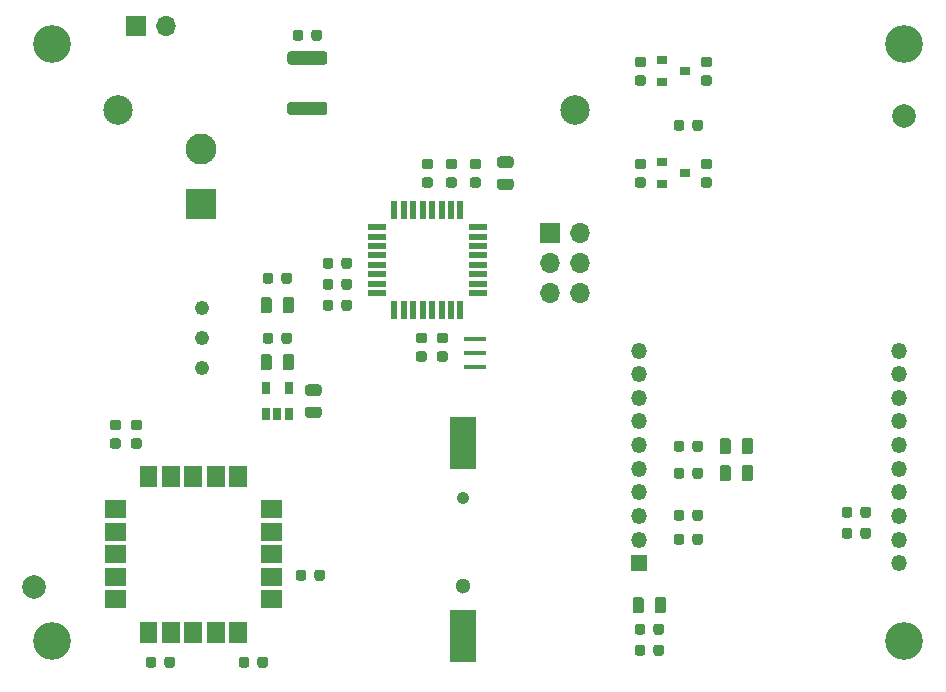
<source format=gbr>
%TF.GenerationSoftware,KiCad,Pcbnew,(5.1.7)-1*%
%TF.CreationDate,2020-12-22T10:31:33-06:00*%
%TF.ProjectId,tracker,74726163-6b65-4722-9e6b-696361645f70,1.0*%
%TF.SameCoordinates,Original*%
%TF.FileFunction,Soldermask,Top*%
%TF.FilePolarity,Negative*%
%FSLAX46Y46*%
G04 Gerber Fmt 4.6, Leading zero omitted, Abs format (unit mm)*
G04 Created by KiCad (PCBNEW (5.1.7)-1) date 2020-12-22 10:31:33*
%MOMM*%
%LPD*%
G01*
G04 APERTURE LIST*
%ADD10R,2.300000X4.500000*%
%ADD11C,1.050000*%
%ADD12C,1.300000*%
%ADD13C,2.000000*%
%ADD14C,3.200000*%
%ADD15R,1.700000X1.700000*%
%ADD16O,1.700000X1.700000*%
%ADD17R,0.900000X0.800000*%
%ADD18R,2.625000X2.625000*%
%ADD19C,2.625000*%
%ADD20R,1.350000X1.350000*%
%ADD21O,1.350000X1.350000*%
%ADD22R,0.550000X1.600000*%
%ADD23R,1.600000X0.550000*%
%ADD24C,1.219200*%
%ADD25C,2.500000*%
%ADD26R,0.650000X1.060000*%
%ADD27R,1.900000X0.400000*%
G04 APERTURE END LIST*
D10*
%TO.C,BT1*%
X149860000Y-141071000D03*
X149860000Y-124671000D03*
D11*
X149860000Y-129371000D03*
D12*
X149860000Y-136821000D03*
%TD*%
%TO.C,C1*%
G36*
G01*
X149100250Y-101504000D02*
X148587750Y-101504000D01*
G75*
G02*
X148369000Y-101285250I0J218750D01*
G01*
X148369000Y-100847750D01*
G75*
G02*
X148587750Y-100629000I218750J0D01*
G01*
X149100250Y-100629000D01*
G75*
G02*
X149319000Y-100847750I0J-218750D01*
G01*
X149319000Y-101285250D01*
G75*
G02*
X149100250Y-101504000I-218750J0D01*
G01*
G37*
G36*
G01*
X149100250Y-103079000D02*
X148587750Y-103079000D01*
G75*
G02*
X148369000Y-102860250I0J218750D01*
G01*
X148369000Y-102422750D01*
G75*
G02*
X148587750Y-102204000I218750J0D01*
G01*
X149100250Y-102204000D01*
G75*
G02*
X149319000Y-102422750I0J-218750D01*
G01*
X149319000Y-102860250D01*
G75*
G02*
X149100250Y-103079000I-218750J0D01*
G01*
G37*
%TD*%
%TO.C,C2*%
G36*
G01*
X147825750Y-115361000D02*
X148338250Y-115361000D01*
G75*
G02*
X148557000Y-115579750I0J-218750D01*
G01*
X148557000Y-116017250D01*
G75*
G02*
X148338250Y-116236000I-218750J0D01*
G01*
X147825750Y-116236000D01*
G75*
G02*
X147607000Y-116017250I0J218750D01*
G01*
X147607000Y-115579750D01*
G75*
G02*
X147825750Y-115361000I218750J0D01*
G01*
G37*
G36*
G01*
X147825750Y-116936000D02*
X148338250Y-116936000D01*
G75*
G02*
X148557000Y-117154750I0J-218750D01*
G01*
X148557000Y-117592250D01*
G75*
G02*
X148338250Y-117811000I-218750J0D01*
G01*
X147825750Y-117811000D01*
G75*
G02*
X147607000Y-117592250I0J218750D01*
G01*
X147607000Y-117154750D01*
G75*
G02*
X147825750Y-116936000I218750J0D01*
G01*
G37*
%TD*%
%TO.C,C3*%
G36*
G01*
X146047750Y-116936000D02*
X146560250Y-116936000D01*
G75*
G02*
X146779000Y-117154750I0J-218750D01*
G01*
X146779000Y-117592250D01*
G75*
G02*
X146560250Y-117811000I-218750J0D01*
G01*
X146047750Y-117811000D01*
G75*
G02*
X145829000Y-117592250I0J218750D01*
G01*
X145829000Y-117154750D01*
G75*
G02*
X146047750Y-116936000I218750J0D01*
G01*
G37*
G36*
G01*
X146047750Y-115361000D02*
X146560250Y-115361000D01*
G75*
G02*
X146779000Y-115579750I0J-218750D01*
G01*
X146779000Y-116017250D01*
G75*
G02*
X146560250Y-116236000I-218750J0D01*
G01*
X146047750Y-116236000D01*
G75*
G02*
X145829000Y-116017250I0J218750D01*
G01*
X145829000Y-115579750D01*
G75*
G02*
X146047750Y-115361000I218750J0D01*
G01*
G37*
%TD*%
%TO.C,C4*%
G36*
G01*
X164183000Y-138886250D02*
X164183000Y-137973750D01*
G75*
G02*
X164426750Y-137730000I243750J0D01*
G01*
X164914250Y-137730000D01*
G75*
G02*
X165158000Y-137973750I0J-243750D01*
G01*
X165158000Y-138886250D01*
G75*
G02*
X164914250Y-139130000I-243750J0D01*
G01*
X164426750Y-139130000D01*
G75*
G02*
X164183000Y-138886250I0J243750D01*
G01*
G37*
G36*
G01*
X166058000Y-138886250D02*
X166058000Y-137973750D01*
G75*
G02*
X166301750Y-137730000I243750J0D01*
G01*
X166789250Y-137730000D01*
G75*
G02*
X167033000Y-137973750I0J-243750D01*
G01*
X167033000Y-138886250D01*
G75*
G02*
X166789250Y-139130000I-243750J0D01*
G01*
X166301750Y-139130000D01*
G75*
G02*
X166058000Y-138886250I0J243750D01*
G01*
G37*
%TD*%
%TO.C,C5*%
G36*
G01*
X164383000Y-140718250D02*
X164383000Y-140205750D01*
G75*
G02*
X164601750Y-139987000I218750J0D01*
G01*
X165039250Y-139987000D01*
G75*
G02*
X165258000Y-140205750I0J-218750D01*
G01*
X165258000Y-140718250D01*
G75*
G02*
X165039250Y-140937000I-218750J0D01*
G01*
X164601750Y-140937000D01*
G75*
G02*
X164383000Y-140718250I0J218750D01*
G01*
G37*
G36*
G01*
X165958000Y-140718250D02*
X165958000Y-140205750D01*
G75*
G02*
X166176750Y-139987000I218750J0D01*
G01*
X166614250Y-139987000D01*
G75*
G02*
X166833000Y-140205750I0J-218750D01*
G01*
X166833000Y-140718250D01*
G75*
G02*
X166614250Y-140937000I-218750J0D01*
G01*
X166176750Y-140937000D01*
G75*
G02*
X165958000Y-140718250I0J218750D01*
G01*
G37*
%TD*%
%TO.C,C6*%
G36*
G01*
X147068250Y-103079000D02*
X146555750Y-103079000D01*
G75*
G02*
X146337000Y-102860250I0J218750D01*
G01*
X146337000Y-102422750D01*
G75*
G02*
X146555750Y-102204000I218750J0D01*
G01*
X147068250Y-102204000D01*
G75*
G02*
X147287000Y-102422750I0J-218750D01*
G01*
X147287000Y-102860250D01*
G75*
G02*
X147068250Y-103079000I-218750J0D01*
G01*
G37*
G36*
G01*
X147068250Y-101504000D02*
X146555750Y-101504000D01*
G75*
G02*
X146337000Y-101285250I0J218750D01*
G01*
X146337000Y-100847750D01*
G75*
G02*
X146555750Y-100629000I218750J0D01*
G01*
X147068250Y-100629000D01*
G75*
G02*
X147287000Y-100847750I0J-218750D01*
G01*
X147287000Y-101285250D01*
G75*
G02*
X147068250Y-101504000I-218750J0D01*
G01*
G37*
%TD*%
%TO.C,C7*%
G36*
G01*
X164383000Y-142496250D02*
X164383000Y-141983750D01*
G75*
G02*
X164601750Y-141765000I218750J0D01*
G01*
X165039250Y-141765000D01*
G75*
G02*
X165258000Y-141983750I0J-218750D01*
G01*
X165258000Y-142496250D01*
G75*
G02*
X165039250Y-142715000I-218750J0D01*
G01*
X164601750Y-142715000D01*
G75*
G02*
X164383000Y-142496250I0J218750D01*
G01*
G37*
G36*
G01*
X165958000Y-142496250D02*
X165958000Y-141983750D01*
G75*
G02*
X166176750Y-141765000I218750J0D01*
G01*
X166614250Y-141765000D01*
G75*
G02*
X166833000Y-141983750I0J-218750D01*
G01*
X166833000Y-142496250D01*
G75*
G02*
X166614250Y-142715000I-218750J0D01*
G01*
X166176750Y-142715000D01*
G75*
G02*
X165958000Y-142496250I0J218750D01*
G01*
G37*
%TD*%
%TO.C,C8*%
G36*
G01*
X182784000Y-132077750D02*
X182784000Y-132590250D01*
G75*
G02*
X182565250Y-132809000I-218750J0D01*
G01*
X182127750Y-132809000D01*
G75*
G02*
X181909000Y-132590250I0J218750D01*
G01*
X181909000Y-132077750D01*
G75*
G02*
X182127750Y-131859000I218750J0D01*
G01*
X182565250Y-131859000D01*
G75*
G02*
X182784000Y-132077750I0J-218750D01*
G01*
G37*
G36*
G01*
X184359000Y-132077750D02*
X184359000Y-132590250D01*
G75*
G02*
X184140250Y-132809000I-218750J0D01*
G01*
X183702750Y-132809000D01*
G75*
G02*
X183484000Y-132590250I0J218750D01*
G01*
X183484000Y-132077750D01*
G75*
G02*
X183702750Y-131859000I218750J0D01*
G01*
X184140250Y-131859000D01*
G75*
G02*
X184359000Y-132077750I0J-218750D01*
G01*
G37*
%TD*%
%TO.C,C9*%
G36*
G01*
X123856000Y-142999750D02*
X123856000Y-143512250D01*
G75*
G02*
X123637250Y-143731000I-218750J0D01*
G01*
X123199750Y-143731000D01*
G75*
G02*
X122981000Y-143512250I0J218750D01*
G01*
X122981000Y-142999750D01*
G75*
G02*
X123199750Y-142781000I218750J0D01*
G01*
X123637250Y-142781000D01*
G75*
G02*
X123856000Y-142999750I0J-218750D01*
G01*
G37*
G36*
G01*
X125431000Y-142999750D02*
X125431000Y-143512250D01*
G75*
G02*
X125212250Y-143731000I-218750J0D01*
G01*
X124774750Y-143731000D01*
G75*
G02*
X124556000Y-143512250I0J218750D01*
G01*
X124556000Y-142999750D01*
G75*
G02*
X124774750Y-142781000I218750J0D01*
G01*
X125212250Y-142781000D01*
G75*
G02*
X125431000Y-142999750I0J-218750D01*
G01*
G37*
%TD*%
%TO.C,C10*%
G36*
G01*
X136302000Y-89913750D02*
X136302000Y-90426250D01*
G75*
G02*
X136083250Y-90645000I-218750J0D01*
G01*
X135645750Y-90645000D01*
G75*
G02*
X135427000Y-90426250I0J218750D01*
G01*
X135427000Y-89913750D01*
G75*
G02*
X135645750Y-89695000I218750J0D01*
G01*
X136083250Y-89695000D01*
G75*
G02*
X136302000Y-89913750I0J-218750D01*
G01*
G37*
G36*
G01*
X137877000Y-89913750D02*
X137877000Y-90426250D01*
G75*
G02*
X137658250Y-90645000I-218750J0D01*
G01*
X137220750Y-90645000D01*
G75*
G02*
X137002000Y-90426250I0J218750D01*
G01*
X137002000Y-89913750D01*
G75*
G02*
X137220750Y-89695000I218750J0D01*
G01*
X137658250Y-89695000D01*
G75*
G02*
X137877000Y-89913750I0J-218750D01*
G01*
G37*
%TD*%
%TO.C,C11*%
G36*
G01*
X133305000Y-142999750D02*
X133305000Y-143512250D01*
G75*
G02*
X133086250Y-143731000I-218750J0D01*
G01*
X132648750Y-143731000D01*
G75*
G02*
X132430000Y-143512250I0J218750D01*
G01*
X132430000Y-142999750D01*
G75*
G02*
X132648750Y-142781000I218750J0D01*
G01*
X133086250Y-142781000D01*
G75*
G02*
X133305000Y-142999750I0J-218750D01*
G01*
G37*
G36*
G01*
X131730000Y-142999750D02*
X131730000Y-143512250D01*
G75*
G02*
X131511250Y-143731000I-218750J0D01*
G01*
X131073750Y-143731000D01*
G75*
G02*
X130855000Y-143512250I0J218750D01*
G01*
X130855000Y-142999750D01*
G75*
G02*
X131073750Y-142781000I218750J0D01*
G01*
X131511250Y-142781000D01*
G75*
G02*
X131730000Y-142999750I0J-218750D01*
G01*
G37*
%TD*%
%TO.C,C12*%
G36*
G01*
X137616250Y-120708000D02*
X136703750Y-120708000D01*
G75*
G02*
X136460000Y-120464250I0J243750D01*
G01*
X136460000Y-119976750D01*
G75*
G02*
X136703750Y-119733000I243750J0D01*
G01*
X137616250Y-119733000D01*
G75*
G02*
X137860000Y-119976750I0J-243750D01*
G01*
X137860000Y-120464250D01*
G75*
G02*
X137616250Y-120708000I-243750J0D01*
G01*
G37*
G36*
G01*
X137616250Y-122583000D02*
X136703750Y-122583000D01*
G75*
G02*
X136460000Y-122339250I0J243750D01*
G01*
X136460000Y-121851750D01*
G75*
G02*
X136703750Y-121608000I243750J0D01*
G01*
X137616250Y-121608000D01*
G75*
G02*
X137860000Y-121851750I0J-243750D01*
G01*
X137860000Y-122339250D01*
G75*
G02*
X137616250Y-122583000I-243750J0D01*
G01*
G37*
%TD*%
%TO.C,C13*%
G36*
G01*
X132687000Y-118312250D02*
X132687000Y-117399750D01*
G75*
G02*
X132930750Y-117156000I243750J0D01*
G01*
X133418250Y-117156000D01*
G75*
G02*
X133662000Y-117399750I0J-243750D01*
G01*
X133662000Y-118312250D01*
G75*
G02*
X133418250Y-118556000I-243750J0D01*
G01*
X132930750Y-118556000D01*
G75*
G02*
X132687000Y-118312250I0J243750D01*
G01*
G37*
G36*
G01*
X134562000Y-118312250D02*
X134562000Y-117399750D01*
G75*
G02*
X134805750Y-117156000I243750J0D01*
G01*
X135293250Y-117156000D01*
G75*
G02*
X135537000Y-117399750I0J-243750D01*
G01*
X135537000Y-118312250D01*
G75*
G02*
X135293250Y-118556000I-243750J0D01*
G01*
X134805750Y-118556000D01*
G75*
G02*
X134562000Y-118312250I0J243750D01*
G01*
G37*
%TD*%
%TO.C,C14*%
G36*
G01*
X132887000Y-116080250D02*
X132887000Y-115567750D01*
G75*
G02*
X133105750Y-115349000I218750J0D01*
G01*
X133543250Y-115349000D01*
G75*
G02*
X133762000Y-115567750I0J-218750D01*
G01*
X133762000Y-116080250D01*
G75*
G02*
X133543250Y-116299000I-218750J0D01*
G01*
X133105750Y-116299000D01*
G75*
G02*
X132887000Y-116080250I0J218750D01*
G01*
G37*
G36*
G01*
X134462000Y-116080250D02*
X134462000Y-115567750D01*
G75*
G02*
X134680750Y-115349000I218750J0D01*
G01*
X135118250Y-115349000D01*
G75*
G02*
X135337000Y-115567750I0J-218750D01*
G01*
X135337000Y-116080250D01*
G75*
G02*
X135118250Y-116299000I-218750J0D01*
G01*
X134680750Y-116299000D01*
G75*
G02*
X134462000Y-116080250I0J218750D01*
G01*
G37*
%TD*%
%TO.C,D1*%
G36*
G01*
X153872250Y-101404000D02*
X152959750Y-101404000D01*
G75*
G02*
X152716000Y-101160250I0J243750D01*
G01*
X152716000Y-100672750D01*
G75*
G02*
X152959750Y-100429000I243750J0D01*
G01*
X153872250Y-100429000D01*
G75*
G02*
X154116000Y-100672750I0J-243750D01*
G01*
X154116000Y-101160250D01*
G75*
G02*
X153872250Y-101404000I-243750J0D01*
G01*
G37*
G36*
G01*
X153872250Y-103279000D02*
X152959750Y-103279000D01*
G75*
G02*
X152716000Y-103035250I0J243750D01*
G01*
X152716000Y-102547750D01*
G75*
G02*
X152959750Y-102304000I243750J0D01*
G01*
X153872250Y-102304000D01*
G75*
G02*
X154116000Y-102547750I0J-243750D01*
G01*
X154116000Y-103035250D01*
G75*
G02*
X153872250Y-103279000I-243750J0D01*
G01*
G37*
%TD*%
%TO.C,D2*%
G36*
G01*
X174399000Y-124511750D02*
X174399000Y-125424250D01*
G75*
G02*
X174155250Y-125668000I-243750J0D01*
G01*
X173667750Y-125668000D01*
G75*
G02*
X173424000Y-125424250I0J243750D01*
G01*
X173424000Y-124511750D01*
G75*
G02*
X173667750Y-124268000I243750J0D01*
G01*
X174155250Y-124268000D01*
G75*
G02*
X174399000Y-124511750I0J-243750D01*
G01*
G37*
G36*
G01*
X172524000Y-124511750D02*
X172524000Y-125424250D01*
G75*
G02*
X172280250Y-125668000I-243750J0D01*
G01*
X171792750Y-125668000D01*
G75*
G02*
X171549000Y-125424250I0J243750D01*
G01*
X171549000Y-124511750D01*
G75*
G02*
X171792750Y-124268000I243750J0D01*
G01*
X172280250Y-124268000D01*
G75*
G02*
X172524000Y-124511750I0J-243750D01*
G01*
G37*
%TD*%
%TO.C,D3*%
G36*
G01*
X172524000Y-126797750D02*
X172524000Y-127710250D01*
G75*
G02*
X172280250Y-127954000I-243750J0D01*
G01*
X171792750Y-127954000D01*
G75*
G02*
X171549000Y-127710250I0J243750D01*
G01*
X171549000Y-126797750D01*
G75*
G02*
X171792750Y-126554000I243750J0D01*
G01*
X172280250Y-126554000D01*
G75*
G02*
X172524000Y-126797750I0J-243750D01*
G01*
G37*
G36*
G01*
X174399000Y-126797750D02*
X174399000Y-127710250D01*
G75*
G02*
X174155250Y-127954000I-243750J0D01*
G01*
X173667750Y-127954000D01*
G75*
G02*
X173424000Y-127710250I0J243750D01*
G01*
X173424000Y-126797750D01*
G75*
G02*
X173667750Y-126554000I243750J0D01*
G01*
X174155250Y-126554000D01*
G75*
G02*
X174399000Y-126797750I0J-243750D01*
G01*
G37*
%TD*%
%TO.C,D4*%
G36*
G01*
X132687000Y-113486250D02*
X132687000Y-112573750D01*
G75*
G02*
X132930750Y-112330000I243750J0D01*
G01*
X133418250Y-112330000D01*
G75*
G02*
X133662000Y-112573750I0J-243750D01*
G01*
X133662000Y-113486250D01*
G75*
G02*
X133418250Y-113730000I-243750J0D01*
G01*
X132930750Y-113730000D01*
G75*
G02*
X132687000Y-113486250I0J243750D01*
G01*
G37*
G36*
G01*
X134562000Y-113486250D02*
X134562000Y-112573750D01*
G75*
G02*
X134805750Y-112330000I243750J0D01*
G01*
X135293250Y-112330000D01*
G75*
G02*
X135537000Y-112573750I0J-243750D01*
G01*
X135537000Y-113486250D01*
G75*
G02*
X135293250Y-113730000I-243750J0D01*
G01*
X134805750Y-113730000D01*
G75*
G02*
X134562000Y-113486250I0J243750D01*
G01*
G37*
%TD*%
%TO.C,F1*%
G36*
G01*
X138102001Y-96934000D02*
X135201999Y-96934000D01*
G75*
G02*
X134952000Y-96684001I0J249999D01*
G01*
X134952000Y-96058999D01*
G75*
G02*
X135201999Y-95809000I249999J0D01*
G01*
X138102001Y-95809000D01*
G75*
G02*
X138352000Y-96058999I0J-249999D01*
G01*
X138352000Y-96684001D01*
G75*
G02*
X138102001Y-96934000I-249999J0D01*
G01*
G37*
G36*
G01*
X138102001Y-92659000D02*
X135201999Y-92659000D01*
G75*
G02*
X134952000Y-92409001I0J249999D01*
G01*
X134952000Y-91783999D01*
G75*
G02*
X135201999Y-91534000I249999J0D01*
G01*
X138102001Y-91534000D01*
G75*
G02*
X138352000Y-91783999I0J-249999D01*
G01*
X138352000Y-92409001D01*
G75*
G02*
X138102001Y-92659000I-249999J0D01*
G01*
G37*
%TD*%
D13*
%TO.C,FID1*%
X187198000Y-97028000D03*
%TD*%
%TO.C,FID2*%
X113538000Y-136906000D03*
%TD*%
D14*
%TO.C,H1*%
X115062000Y-141478000D03*
%TD*%
%TO.C,H2*%
X187198000Y-141478000D03*
%TD*%
%TO.C,H3*%
X187198000Y-90932000D03*
%TD*%
%TO.C,H4*%
X115062000Y-90932000D03*
%TD*%
D15*
%TO.C,J2*%
X157226000Y-106934000D03*
D16*
X159766000Y-106934000D03*
X157226000Y-109474000D03*
X159766000Y-109474000D03*
X157226000Y-112014000D03*
X159766000Y-112014000D03*
%TD*%
%TO.C,J4*%
X124714000Y-89408000D03*
D15*
X122174000Y-89408000D03*
%TD*%
D17*
%TO.C,Q1*%
X166640000Y-92268000D03*
X166640000Y-94168000D03*
X168640000Y-93218000D03*
%TD*%
%TO.C,Q2*%
X168640000Y-101854000D03*
X166640000Y-102804000D03*
X166640000Y-100904000D03*
%TD*%
%TO.C,R1*%
G36*
G01*
X164589750Y-93568000D02*
X165102250Y-93568000D01*
G75*
G02*
X165321000Y-93786750I0J-218750D01*
G01*
X165321000Y-94224250D01*
G75*
G02*
X165102250Y-94443000I-218750J0D01*
G01*
X164589750Y-94443000D01*
G75*
G02*
X164371000Y-94224250I0J218750D01*
G01*
X164371000Y-93786750D01*
G75*
G02*
X164589750Y-93568000I218750J0D01*
G01*
G37*
G36*
G01*
X164589750Y-91993000D02*
X165102250Y-91993000D01*
G75*
G02*
X165321000Y-92211750I0J-218750D01*
G01*
X165321000Y-92649250D01*
G75*
G02*
X165102250Y-92868000I-218750J0D01*
G01*
X164589750Y-92868000D01*
G75*
G02*
X164371000Y-92649250I0J218750D01*
G01*
X164371000Y-92211750D01*
G75*
G02*
X164589750Y-91993000I218750J0D01*
G01*
G37*
%TD*%
%TO.C,R2*%
G36*
G01*
X170690250Y-94443000D02*
X170177750Y-94443000D01*
G75*
G02*
X169959000Y-94224250I0J218750D01*
G01*
X169959000Y-93786750D01*
G75*
G02*
X170177750Y-93568000I218750J0D01*
G01*
X170690250Y-93568000D01*
G75*
G02*
X170909000Y-93786750I0J-218750D01*
G01*
X170909000Y-94224250D01*
G75*
G02*
X170690250Y-94443000I-218750J0D01*
G01*
G37*
G36*
G01*
X170690250Y-92868000D02*
X170177750Y-92868000D01*
G75*
G02*
X169959000Y-92649250I0J218750D01*
G01*
X169959000Y-92211750D01*
G75*
G02*
X170177750Y-91993000I218750J0D01*
G01*
X170690250Y-91993000D01*
G75*
G02*
X170909000Y-92211750I0J-218750D01*
G01*
X170909000Y-92649250D01*
G75*
G02*
X170690250Y-92868000I-218750J0D01*
G01*
G37*
%TD*%
%TO.C,R3*%
G36*
G01*
X164589750Y-102204000D02*
X165102250Y-102204000D01*
G75*
G02*
X165321000Y-102422750I0J-218750D01*
G01*
X165321000Y-102860250D01*
G75*
G02*
X165102250Y-103079000I-218750J0D01*
G01*
X164589750Y-103079000D01*
G75*
G02*
X164371000Y-102860250I0J218750D01*
G01*
X164371000Y-102422750D01*
G75*
G02*
X164589750Y-102204000I218750J0D01*
G01*
G37*
G36*
G01*
X164589750Y-100629000D02*
X165102250Y-100629000D01*
G75*
G02*
X165321000Y-100847750I0J-218750D01*
G01*
X165321000Y-101285250D01*
G75*
G02*
X165102250Y-101504000I-218750J0D01*
G01*
X164589750Y-101504000D01*
G75*
G02*
X164371000Y-101285250I0J218750D01*
G01*
X164371000Y-100847750D01*
G75*
G02*
X164589750Y-100629000I218750J0D01*
G01*
G37*
%TD*%
%TO.C,R4*%
G36*
G01*
X170690250Y-103079000D02*
X170177750Y-103079000D01*
G75*
G02*
X169959000Y-102860250I0J218750D01*
G01*
X169959000Y-102422750D01*
G75*
G02*
X170177750Y-102204000I218750J0D01*
G01*
X170690250Y-102204000D01*
G75*
G02*
X170909000Y-102422750I0J-218750D01*
G01*
X170909000Y-102860250D01*
G75*
G02*
X170690250Y-103079000I-218750J0D01*
G01*
G37*
G36*
G01*
X170690250Y-101504000D02*
X170177750Y-101504000D01*
G75*
G02*
X169959000Y-101285250I0J218750D01*
G01*
X169959000Y-100847750D01*
G75*
G02*
X170177750Y-100629000I218750J0D01*
G01*
X170690250Y-100629000D01*
G75*
G02*
X170909000Y-100847750I0J-218750D01*
G01*
X170909000Y-101285250D01*
G75*
G02*
X170690250Y-101504000I-218750J0D01*
G01*
G37*
%TD*%
%TO.C,R5*%
G36*
G01*
X137967000Y-109730250D02*
X137967000Y-109217750D01*
G75*
G02*
X138185750Y-108999000I218750J0D01*
G01*
X138623250Y-108999000D01*
G75*
G02*
X138842000Y-109217750I0J-218750D01*
G01*
X138842000Y-109730250D01*
G75*
G02*
X138623250Y-109949000I-218750J0D01*
G01*
X138185750Y-109949000D01*
G75*
G02*
X137967000Y-109730250I0J218750D01*
G01*
G37*
G36*
G01*
X139542000Y-109730250D02*
X139542000Y-109217750D01*
G75*
G02*
X139760750Y-108999000I218750J0D01*
G01*
X140198250Y-108999000D01*
G75*
G02*
X140417000Y-109217750I0J-218750D01*
G01*
X140417000Y-109730250D01*
G75*
G02*
X140198250Y-109949000I-218750J0D01*
G01*
X139760750Y-109949000D01*
G75*
G02*
X139542000Y-109730250I0J218750D01*
G01*
G37*
%TD*%
%TO.C,R6*%
G36*
G01*
X151132250Y-101504000D02*
X150619750Y-101504000D01*
G75*
G02*
X150401000Y-101285250I0J218750D01*
G01*
X150401000Y-100847750D01*
G75*
G02*
X150619750Y-100629000I218750J0D01*
G01*
X151132250Y-100629000D01*
G75*
G02*
X151351000Y-100847750I0J-218750D01*
G01*
X151351000Y-101285250D01*
G75*
G02*
X151132250Y-101504000I-218750J0D01*
G01*
G37*
G36*
G01*
X151132250Y-103079000D02*
X150619750Y-103079000D01*
G75*
G02*
X150401000Y-102860250I0J218750D01*
G01*
X150401000Y-102422750D01*
G75*
G02*
X150619750Y-102204000I218750J0D01*
G01*
X151132250Y-102204000D01*
G75*
G02*
X151351000Y-102422750I0J-218750D01*
G01*
X151351000Y-102860250D01*
G75*
G02*
X151132250Y-103079000I-218750J0D01*
G01*
G37*
%TD*%
%TO.C,R7*%
G36*
G01*
X181909000Y-130812250D02*
X181909000Y-130299750D01*
G75*
G02*
X182127750Y-130081000I218750J0D01*
G01*
X182565250Y-130081000D01*
G75*
G02*
X182784000Y-130299750I0J-218750D01*
G01*
X182784000Y-130812250D01*
G75*
G02*
X182565250Y-131031000I-218750J0D01*
G01*
X182127750Y-131031000D01*
G75*
G02*
X181909000Y-130812250I0J218750D01*
G01*
G37*
G36*
G01*
X183484000Y-130812250D02*
X183484000Y-130299750D01*
G75*
G02*
X183702750Y-130081000I218750J0D01*
G01*
X184140250Y-130081000D01*
G75*
G02*
X184359000Y-130299750I0J-218750D01*
G01*
X184359000Y-130812250D01*
G75*
G02*
X184140250Y-131031000I-218750J0D01*
G01*
X183702750Y-131031000D01*
G75*
G02*
X183484000Y-130812250I0J218750D01*
G01*
G37*
%TD*%
%TO.C,R8*%
G36*
G01*
X169260000Y-125224250D02*
X169260000Y-124711750D01*
G75*
G02*
X169478750Y-124493000I218750J0D01*
G01*
X169916250Y-124493000D01*
G75*
G02*
X170135000Y-124711750I0J-218750D01*
G01*
X170135000Y-125224250D01*
G75*
G02*
X169916250Y-125443000I-218750J0D01*
G01*
X169478750Y-125443000D01*
G75*
G02*
X169260000Y-125224250I0J218750D01*
G01*
G37*
G36*
G01*
X167685000Y-125224250D02*
X167685000Y-124711750D01*
G75*
G02*
X167903750Y-124493000I218750J0D01*
G01*
X168341250Y-124493000D01*
G75*
G02*
X168560000Y-124711750I0J-218750D01*
G01*
X168560000Y-125224250D01*
G75*
G02*
X168341250Y-125443000I-218750J0D01*
G01*
X167903750Y-125443000D01*
G75*
G02*
X167685000Y-125224250I0J218750D01*
G01*
G37*
%TD*%
%TO.C,R9*%
G36*
G01*
X167685000Y-127510250D02*
X167685000Y-126997750D01*
G75*
G02*
X167903750Y-126779000I218750J0D01*
G01*
X168341250Y-126779000D01*
G75*
G02*
X168560000Y-126997750I0J-218750D01*
G01*
X168560000Y-127510250D01*
G75*
G02*
X168341250Y-127729000I-218750J0D01*
G01*
X167903750Y-127729000D01*
G75*
G02*
X167685000Y-127510250I0J218750D01*
G01*
G37*
G36*
G01*
X169260000Y-127510250D02*
X169260000Y-126997750D01*
G75*
G02*
X169478750Y-126779000I218750J0D01*
G01*
X169916250Y-126779000D01*
G75*
G02*
X170135000Y-126997750I0J-218750D01*
G01*
X170135000Y-127510250D01*
G75*
G02*
X169916250Y-127729000I-218750J0D01*
G01*
X169478750Y-127729000D01*
G75*
G02*
X169260000Y-127510250I0J218750D01*
G01*
G37*
%TD*%
%TO.C,R10*%
G36*
G01*
X139542000Y-111508250D02*
X139542000Y-110995750D01*
G75*
G02*
X139760750Y-110777000I218750J0D01*
G01*
X140198250Y-110777000D01*
G75*
G02*
X140417000Y-110995750I0J-218750D01*
G01*
X140417000Y-111508250D01*
G75*
G02*
X140198250Y-111727000I-218750J0D01*
G01*
X139760750Y-111727000D01*
G75*
G02*
X139542000Y-111508250I0J218750D01*
G01*
G37*
G36*
G01*
X137967000Y-111508250D02*
X137967000Y-110995750D01*
G75*
G02*
X138185750Y-110777000I218750J0D01*
G01*
X138623250Y-110777000D01*
G75*
G02*
X138842000Y-110995750I0J-218750D01*
G01*
X138842000Y-111508250D01*
G75*
G02*
X138623250Y-111727000I-218750J0D01*
G01*
X138185750Y-111727000D01*
G75*
G02*
X137967000Y-111508250I0J218750D01*
G01*
G37*
%TD*%
%TO.C,R11*%
G36*
G01*
X139542000Y-113286250D02*
X139542000Y-112773750D01*
G75*
G02*
X139760750Y-112555000I218750J0D01*
G01*
X140198250Y-112555000D01*
G75*
G02*
X140417000Y-112773750I0J-218750D01*
G01*
X140417000Y-113286250D01*
G75*
G02*
X140198250Y-113505000I-218750J0D01*
G01*
X139760750Y-113505000D01*
G75*
G02*
X139542000Y-113286250I0J218750D01*
G01*
G37*
G36*
G01*
X137967000Y-113286250D02*
X137967000Y-112773750D01*
G75*
G02*
X138185750Y-112555000I218750J0D01*
G01*
X138623250Y-112555000D01*
G75*
G02*
X138842000Y-112773750I0J-218750D01*
G01*
X138842000Y-113286250D01*
G75*
G02*
X138623250Y-113505000I-218750J0D01*
G01*
X138185750Y-113505000D01*
G75*
G02*
X137967000Y-113286250I0J218750D01*
G01*
G37*
%TD*%
%TO.C,R12*%
G36*
G01*
X120652250Y-125177000D02*
X120139750Y-125177000D01*
G75*
G02*
X119921000Y-124958250I0J218750D01*
G01*
X119921000Y-124520750D01*
G75*
G02*
X120139750Y-124302000I218750J0D01*
G01*
X120652250Y-124302000D01*
G75*
G02*
X120871000Y-124520750I0J-218750D01*
G01*
X120871000Y-124958250D01*
G75*
G02*
X120652250Y-125177000I-218750J0D01*
G01*
G37*
G36*
G01*
X120652250Y-123602000D02*
X120139750Y-123602000D01*
G75*
G02*
X119921000Y-123383250I0J218750D01*
G01*
X119921000Y-122945750D01*
G75*
G02*
X120139750Y-122727000I218750J0D01*
G01*
X120652250Y-122727000D01*
G75*
G02*
X120871000Y-122945750I0J-218750D01*
G01*
X120871000Y-123383250D01*
G75*
G02*
X120652250Y-123602000I-218750J0D01*
G01*
G37*
%TD*%
%TO.C,R13*%
G36*
G01*
X122430250Y-123602000D02*
X121917750Y-123602000D01*
G75*
G02*
X121699000Y-123383250I0J218750D01*
G01*
X121699000Y-122945750D01*
G75*
G02*
X121917750Y-122727000I218750J0D01*
G01*
X122430250Y-122727000D01*
G75*
G02*
X122649000Y-122945750I0J-218750D01*
G01*
X122649000Y-123383250D01*
G75*
G02*
X122430250Y-123602000I-218750J0D01*
G01*
G37*
G36*
G01*
X122430250Y-125177000D02*
X121917750Y-125177000D01*
G75*
G02*
X121699000Y-124958250I0J218750D01*
G01*
X121699000Y-124520750D01*
G75*
G02*
X121917750Y-124302000I218750J0D01*
G01*
X122430250Y-124302000D01*
G75*
G02*
X122649000Y-124520750I0J-218750D01*
G01*
X122649000Y-124958250D01*
G75*
G02*
X122430250Y-125177000I-218750J0D01*
G01*
G37*
%TD*%
%TO.C,R14*%
G36*
G01*
X167685000Y-133098250D02*
X167685000Y-132585750D01*
G75*
G02*
X167903750Y-132367000I218750J0D01*
G01*
X168341250Y-132367000D01*
G75*
G02*
X168560000Y-132585750I0J-218750D01*
G01*
X168560000Y-133098250D01*
G75*
G02*
X168341250Y-133317000I-218750J0D01*
G01*
X167903750Y-133317000D01*
G75*
G02*
X167685000Y-133098250I0J218750D01*
G01*
G37*
G36*
G01*
X169260000Y-133098250D02*
X169260000Y-132585750D01*
G75*
G02*
X169478750Y-132367000I218750J0D01*
G01*
X169916250Y-132367000D01*
G75*
G02*
X170135000Y-132585750I0J-218750D01*
G01*
X170135000Y-133098250D01*
G75*
G02*
X169916250Y-133317000I-218750J0D01*
G01*
X169478750Y-133317000D01*
G75*
G02*
X169260000Y-133098250I0J218750D01*
G01*
G37*
%TD*%
%TO.C,R15*%
G36*
G01*
X167685000Y-131066250D02*
X167685000Y-130553750D01*
G75*
G02*
X167903750Y-130335000I218750J0D01*
G01*
X168341250Y-130335000D01*
G75*
G02*
X168560000Y-130553750I0J-218750D01*
G01*
X168560000Y-131066250D01*
G75*
G02*
X168341250Y-131285000I-218750J0D01*
G01*
X167903750Y-131285000D01*
G75*
G02*
X167685000Y-131066250I0J218750D01*
G01*
G37*
G36*
G01*
X169260000Y-131066250D02*
X169260000Y-130553750D01*
G75*
G02*
X169478750Y-130335000I218750J0D01*
G01*
X169916250Y-130335000D01*
G75*
G02*
X170135000Y-130553750I0J-218750D01*
G01*
X170135000Y-131066250D01*
G75*
G02*
X169916250Y-131285000I-218750J0D01*
G01*
X169478750Y-131285000D01*
G75*
G02*
X169260000Y-131066250I0J218750D01*
G01*
G37*
%TD*%
%TO.C,R16*%
G36*
G01*
X138131000Y-135633750D02*
X138131000Y-136146250D01*
G75*
G02*
X137912250Y-136365000I-218750J0D01*
G01*
X137474750Y-136365000D01*
G75*
G02*
X137256000Y-136146250I0J218750D01*
G01*
X137256000Y-135633750D01*
G75*
G02*
X137474750Y-135415000I218750J0D01*
G01*
X137912250Y-135415000D01*
G75*
G02*
X138131000Y-135633750I0J-218750D01*
G01*
G37*
G36*
G01*
X136556000Y-135633750D02*
X136556000Y-136146250D01*
G75*
G02*
X136337250Y-136365000I-218750J0D01*
G01*
X135899750Y-136365000D01*
G75*
G02*
X135681000Y-136146250I0J218750D01*
G01*
X135681000Y-135633750D01*
G75*
G02*
X135899750Y-135415000I218750J0D01*
G01*
X136337250Y-135415000D01*
G75*
G02*
X136556000Y-135633750I0J-218750D01*
G01*
G37*
%TD*%
%TO.C,R17*%
G36*
G01*
X132887000Y-111000250D02*
X132887000Y-110487750D01*
G75*
G02*
X133105750Y-110269000I218750J0D01*
G01*
X133543250Y-110269000D01*
G75*
G02*
X133762000Y-110487750I0J-218750D01*
G01*
X133762000Y-111000250D01*
G75*
G02*
X133543250Y-111219000I-218750J0D01*
G01*
X133105750Y-111219000D01*
G75*
G02*
X132887000Y-111000250I0J218750D01*
G01*
G37*
G36*
G01*
X134462000Y-111000250D02*
X134462000Y-110487750D01*
G75*
G02*
X134680750Y-110269000I218750J0D01*
G01*
X135118250Y-110269000D01*
G75*
G02*
X135337000Y-110487750I0J-218750D01*
G01*
X135337000Y-111000250D01*
G75*
G02*
X135118250Y-111219000I-218750J0D01*
G01*
X134680750Y-111219000D01*
G75*
G02*
X134462000Y-111000250I0J218750D01*
G01*
G37*
%TD*%
%TO.C,R18*%
G36*
G01*
X169260000Y-98046250D02*
X169260000Y-97533750D01*
G75*
G02*
X169478750Y-97315000I218750J0D01*
G01*
X169916250Y-97315000D01*
G75*
G02*
X170135000Y-97533750I0J-218750D01*
G01*
X170135000Y-98046250D01*
G75*
G02*
X169916250Y-98265000I-218750J0D01*
G01*
X169478750Y-98265000D01*
G75*
G02*
X169260000Y-98046250I0J218750D01*
G01*
G37*
G36*
G01*
X167685000Y-98046250D02*
X167685000Y-97533750D01*
G75*
G02*
X167903750Y-97315000I218750J0D01*
G01*
X168341250Y-97315000D01*
G75*
G02*
X168560000Y-97533750I0J-218750D01*
G01*
X168560000Y-98046250D01*
G75*
G02*
X168341250Y-98265000I-218750J0D01*
G01*
X167903750Y-98265000D01*
G75*
G02*
X167685000Y-98046250I0J218750D01*
G01*
G37*
%TD*%
D18*
%TO.C,SW1*%
X127688000Y-104422000D03*
D19*
X127688000Y-99822000D03*
%TD*%
D20*
%TO.C,U1*%
X164768000Y-134874000D03*
D21*
X186768000Y-134874000D03*
X164768000Y-132874000D03*
X186768000Y-132874000D03*
X164768000Y-130874000D03*
X186768000Y-130874000D03*
X164768000Y-128874000D03*
X186768000Y-128874000D03*
X164768000Y-126874000D03*
X186768000Y-126874000D03*
X164768000Y-124874000D03*
X186768000Y-124874000D03*
X164768000Y-122874000D03*
X186768000Y-122874000D03*
X164768000Y-120874000D03*
X186768000Y-120874000D03*
X164768000Y-118874000D03*
X186768000Y-118874000D03*
X164768000Y-116874000D03*
X186768000Y-116874000D03*
%TD*%
D22*
%TO.C,U2*%
X144012000Y-113470000D03*
X144812000Y-113470000D03*
X145612000Y-113470000D03*
X146412000Y-113470000D03*
X147212000Y-113470000D03*
X148012000Y-113470000D03*
X148812000Y-113470000D03*
X149612000Y-113470000D03*
D23*
X151062000Y-112020000D03*
X151062000Y-111220000D03*
X151062000Y-110420000D03*
X151062000Y-109620000D03*
X151062000Y-108820000D03*
X151062000Y-108020000D03*
X151062000Y-107220000D03*
X151062000Y-106420000D03*
D22*
X149612000Y-104970000D03*
X148812000Y-104970000D03*
X148012000Y-104970000D03*
X147212000Y-104970000D03*
X146412000Y-104970000D03*
X145612000Y-104970000D03*
X144812000Y-104970000D03*
X144012000Y-104970000D03*
D23*
X142562000Y-106420000D03*
X142562000Y-107220000D03*
X142562000Y-108020000D03*
X142562000Y-108820000D03*
X142562000Y-109620000D03*
X142562000Y-110420000D03*
X142562000Y-111220000D03*
X142562000Y-112020000D03*
%TD*%
D24*
%TO.C,U3*%
X127762000Y-118364000D03*
X127762000Y-115824000D03*
X127762000Y-113284000D03*
%TD*%
D25*
%TO.C,U4*%
X120604000Y-96474000D03*
X159304000Y-96474000D03*
%TD*%
%TO.C,U5*%
G36*
G01*
X123950000Y-141612001D02*
X122450000Y-141612001D01*
G75*
G02*
X122449999Y-141612000I0J1D01*
G01*
X122449999Y-139812000D01*
G75*
G02*
X122450000Y-139811999I1J0D01*
G01*
X123950000Y-139811999D01*
G75*
G02*
X123950001Y-139812000I0J-1D01*
G01*
X123950001Y-141612000D01*
G75*
G02*
X123950000Y-141612001I-1J0D01*
G01*
G37*
G36*
G01*
X125850000Y-141612001D02*
X124350000Y-141612001D01*
G75*
G02*
X124349999Y-141612000I0J1D01*
G01*
X124349999Y-139812000D01*
G75*
G02*
X124350000Y-139811999I1J0D01*
G01*
X125850000Y-139811999D01*
G75*
G02*
X125850001Y-139812000I0J-1D01*
G01*
X125850001Y-141612000D01*
G75*
G02*
X125850000Y-141612001I-1J0D01*
G01*
G37*
G36*
G01*
X127750000Y-141612001D02*
X126250000Y-141612001D01*
G75*
G02*
X126249999Y-141612000I0J1D01*
G01*
X126249999Y-139812000D01*
G75*
G02*
X126250000Y-139811999I1J0D01*
G01*
X127750000Y-139811999D01*
G75*
G02*
X127750001Y-139812000I0J-1D01*
G01*
X127750001Y-141612000D01*
G75*
G02*
X127750000Y-141612001I-1J0D01*
G01*
G37*
G36*
G01*
X129650000Y-141612001D02*
X128150000Y-141612001D01*
G75*
G02*
X128149999Y-141612000I0J1D01*
G01*
X128149999Y-139812000D01*
G75*
G02*
X128150000Y-139811999I1J0D01*
G01*
X129650000Y-139811999D01*
G75*
G02*
X129650001Y-139812000I0J-1D01*
G01*
X129650001Y-141612000D01*
G75*
G02*
X129650000Y-141612001I-1J0D01*
G01*
G37*
G36*
G01*
X131550000Y-141612001D02*
X130050000Y-141612001D01*
G75*
G02*
X130049999Y-141612000I0J1D01*
G01*
X130049999Y-139812000D01*
G75*
G02*
X130050000Y-139811999I1J0D01*
G01*
X131550000Y-139811999D01*
G75*
G02*
X131550001Y-139812000I0J-1D01*
G01*
X131550001Y-141612000D01*
G75*
G02*
X131550000Y-141612001I-1J0D01*
G01*
G37*
G36*
G01*
X134500000Y-138662001D02*
X132700000Y-138662001D01*
G75*
G02*
X132699999Y-138662000I0J1D01*
G01*
X132699999Y-137162000D01*
G75*
G02*
X132700000Y-137161999I1J0D01*
G01*
X134500000Y-137161999D01*
G75*
G02*
X134500001Y-137162000I0J-1D01*
G01*
X134500001Y-138662000D01*
G75*
G02*
X134500000Y-138662001I-1J0D01*
G01*
G37*
G36*
G01*
X134500000Y-136762001D02*
X132700000Y-136762001D01*
G75*
G02*
X132699999Y-136762000I0J1D01*
G01*
X132699999Y-135262000D01*
G75*
G02*
X132700000Y-135261999I1J0D01*
G01*
X134500000Y-135261999D01*
G75*
G02*
X134500001Y-135262000I0J-1D01*
G01*
X134500001Y-136762000D01*
G75*
G02*
X134500000Y-136762001I-1J0D01*
G01*
G37*
G36*
G01*
X134500000Y-134862001D02*
X132700000Y-134862001D01*
G75*
G02*
X132699999Y-134862000I0J1D01*
G01*
X132699999Y-133362000D01*
G75*
G02*
X132700000Y-133361999I1J0D01*
G01*
X134500000Y-133361999D01*
G75*
G02*
X134500001Y-133362000I0J-1D01*
G01*
X134500001Y-134862000D01*
G75*
G02*
X134500000Y-134862001I-1J0D01*
G01*
G37*
G36*
G01*
X134500000Y-132962001D02*
X132700000Y-132962001D01*
G75*
G02*
X132699999Y-132962000I0J1D01*
G01*
X132699999Y-131462000D01*
G75*
G02*
X132700000Y-131461999I1J0D01*
G01*
X134500000Y-131461999D01*
G75*
G02*
X134500001Y-131462000I0J-1D01*
G01*
X134500001Y-132962000D01*
G75*
G02*
X134500000Y-132962001I-1J0D01*
G01*
G37*
G36*
G01*
X134500000Y-131062001D02*
X132700000Y-131062001D01*
G75*
G02*
X132699999Y-131062000I0J1D01*
G01*
X132699999Y-129562000D01*
G75*
G02*
X132700000Y-129561999I1J0D01*
G01*
X134500000Y-129561999D01*
G75*
G02*
X134500001Y-129562000I0J-1D01*
G01*
X134500001Y-131062000D01*
G75*
G02*
X134500000Y-131062001I-1J0D01*
G01*
G37*
G36*
G01*
X131550000Y-128412001D02*
X130050000Y-128412001D01*
G75*
G02*
X130049999Y-128412000I0J1D01*
G01*
X130049999Y-126612000D01*
G75*
G02*
X130050000Y-126611999I1J0D01*
G01*
X131550000Y-126611999D01*
G75*
G02*
X131550001Y-126612000I0J-1D01*
G01*
X131550001Y-128412000D01*
G75*
G02*
X131550000Y-128412001I-1J0D01*
G01*
G37*
G36*
G01*
X129650000Y-128412001D02*
X128150000Y-128412001D01*
G75*
G02*
X128149999Y-128412000I0J1D01*
G01*
X128149999Y-126612000D01*
G75*
G02*
X128150000Y-126611999I1J0D01*
G01*
X129650000Y-126611999D01*
G75*
G02*
X129650001Y-126612000I0J-1D01*
G01*
X129650001Y-128412000D01*
G75*
G02*
X129650000Y-128412001I-1J0D01*
G01*
G37*
G36*
G01*
X127750000Y-128412001D02*
X126250000Y-128412001D01*
G75*
G02*
X126249999Y-128412000I0J1D01*
G01*
X126249999Y-126612000D01*
G75*
G02*
X126250000Y-126611999I1J0D01*
G01*
X127750000Y-126611999D01*
G75*
G02*
X127750001Y-126612000I0J-1D01*
G01*
X127750001Y-128412000D01*
G75*
G02*
X127750000Y-128412001I-1J0D01*
G01*
G37*
G36*
G01*
X125850000Y-128412001D02*
X124350000Y-128412001D01*
G75*
G02*
X124349999Y-128412000I0J1D01*
G01*
X124349999Y-126612000D01*
G75*
G02*
X124350000Y-126611999I1J0D01*
G01*
X125850000Y-126611999D01*
G75*
G02*
X125850001Y-126612000I0J-1D01*
G01*
X125850001Y-128412000D01*
G75*
G02*
X125850000Y-128412001I-1J0D01*
G01*
G37*
G36*
G01*
X123950000Y-128412001D02*
X122450000Y-128412001D01*
G75*
G02*
X122449999Y-128412000I0J1D01*
G01*
X122449999Y-126612000D01*
G75*
G02*
X122450000Y-126611999I1J0D01*
G01*
X123950000Y-126611999D01*
G75*
G02*
X123950001Y-126612000I0J-1D01*
G01*
X123950001Y-128412000D01*
G75*
G02*
X123950000Y-128412001I-1J0D01*
G01*
G37*
G36*
G01*
X121300000Y-131062001D02*
X119500000Y-131062001D01*
G75*
G02*
X119499999Y-131062000I0J1D01*
G01*
X119499999Y-129562000D01*
G75*
G02*
X119500000Y-129561999I1J0D01*
G01*
X121300000Y-129561999D01*
G75*
G02*
X121300001Y-129562000I0J-1D01*
G01*
X121300001Y-131062000D01*
G75*
G02*
X121300000Y-131062001I-1J0D01*
G01*
G37*
G36*
G01*
X121300000Y-132962001D02*
X119500000Y-132962001D01*
G75*
G02*
X119499999Y-132962000I0J1D01*
G01*
X119499999Y-131462000D01*
G75*
G02*
X119500000Y-131461999I1J0D01*
G01*
X121300000Y-131461999D01*
G75*
G02*
X121300001Y-131462000I0J-1D01*
G01*
X121300001Y-132962000D01*
G75*
G02*
X121300000Y-132962001I-1J0D01*
G01*
G37*
G36*
G01*
X121300000Y-134862001D02*
X119500000Y-134862001D01*
G75*
G02*
X119499999Y-134862000I0J1D01*
G01*
X119499999Y-133362000D01*
G75*
G02*
X119500000Y-133361999I1J0D01*
G01*
X121300000Y-133361999D01*
G75*
G02*
X121300001Y-133362000I0J-1D01*
G01*
X121300001Y-134862000D01*
G75*
G02*
X121300000Y-134862001I-1J0D01*
G01*
G37*
G36*
G01*
X121300000Y-136762001D02*
X119500000Y-136762001D01*
G75*
G02*
X119499999Y-136762000I0J1D01*
G01*
X119499999Y-135262000D01*
G75*
G02*
X119500000Y-135261999I1J0D01*
G01*
X121300000Y-135261999D01*
G75*
G02*
X121300001Y-135262000I0J-1D01*
G01*
X121300001Y-136762000D01*
G75*
G02*
X121300000Y-136762001I-1J0D01*
G01*
G37*
G36*
G01*
X121300000Y-138662001D02*
X119500000Y-138662001D01*
G75*
G02*
X119499999Y-138662000I0J1D01*
G01*
X119499999Y-137162000D01*
G75*
G02*
X119500000Y-137161999I1J0D01*
G01*
X121300000Y-137161999D01*
G75*
G02*
X121300001Y-137162000I0J-1D01*
G01*
X121300001Y-138662000D01*
G75*
G02*
X121300000Y-138662001I-1J0D01*
G01*
G37*
%TD*%
D26*
%TO.C,U6*%
X133162000Y-122258000D03*
X134112000Y-122258000D03*
X135062000Y-122258000D03*
X135062000Y-120058000D03*
X133162000Y-120058000D03*
%TD*%
D27*
%TO.C,Y1*%
X150876000Y-118294000D03*
X150876000Y-117094000D03*
X150876000Y-115894000D03*
%TD*%
M02*

</source>
